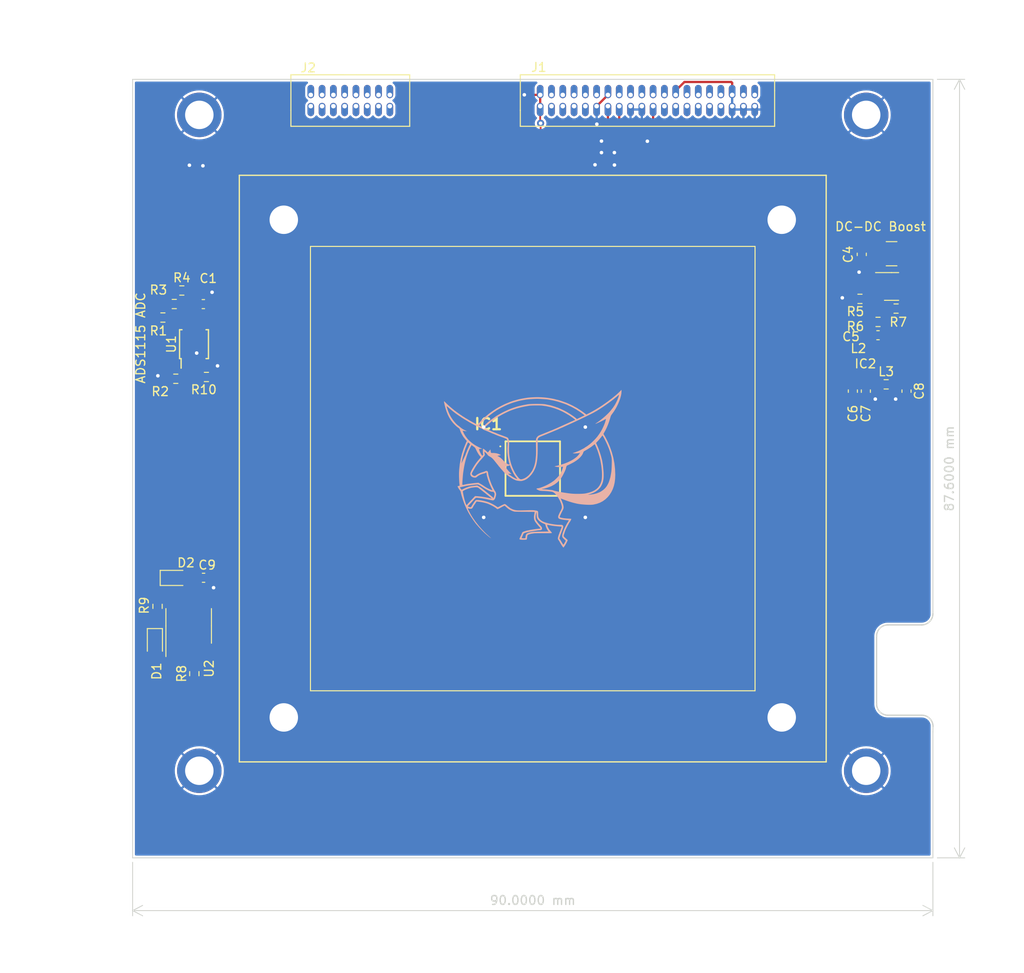
<source format=kicad_pcb>
(kicad_pcb (version 20211014) (generator pcbnew)
  (layers (0 "F.Cu" signal) (31 "B.Cu" signal) (34 "B.Paste" user) (35 "F.Paste" user) (36 "B.SilkS" user "B.Silkscreen") (37 "F.SilkS" user "F.Silkscreen") (38 "B.Mask" user) (39 "F.Mask" user) (44 "Edge.Cuts" user))
  (net 0 "")
  (net 1 "GND")
  (net 2 "VCC")
  (net 3 "Net-(R2-Pad1)")
  (net 7 "/VOUT")
  (net 8 "Net-(C5-Pad2)")
  (net 9 "VBIAS")
  (net 10 "Net-(C9-Pad1)")
  (net 11 "Net-(D1-Pad1)")
  (net 12 "Net-(D1-Pad2)")
  (net 13 "Net-(IC1-PadC1)")
  (net 14 "/VIN")
  (net 15 "Net-(IC2-Pad4)")
  (net 16 "Net-(R10-Pad2)")
  (net 35 "Net-(J1-Pad21)")
  (net 39 "Net-(J1-Pad15)")
  (net 40 "Net-(J1-Pad13)")
  (net 50 "unconnected-(R8-Pad2)")
  (footprint "Resistor_SMD:R_0603_1608Metric" (layer "F.Cu") (at 192.2272 89.332 180)
    (fp_text reference "R5" (at 0.508 -1.43) (layer "F.SilkS"))
    (fp_text value "10K")
    (pad "1" smd roundrect (at -0.825 0 180) (size 0.8 0.95) (layers "F.Cu" "F.Paste" "F.Mask") (net 8 "Net-(C5-Pad2)"))
    (pad "2" smd roundrect (at 0.825 0 180) (size 0.8 0.95) (layers "F.Cu" "F.Paste" "F.Mask") (net 1 "GND"))
  )
  (footprint "Package_SO:SOIC-8-1EP_3.9x4.9mm_P1.27mm_EP2.29x3mm" (layer "F.Cu") (at 116.732 126.13 90)
    (fp_text reference "U2" (at -4.8 2.3 90) (layer "F.SilkS"))
    (fp_text value "LM358")
    (pad "1" smd roundrect (at -2.475 -1.905 90) (size 1.95 0.6) (layers "F.Cu" "F.Paste" "F.Mask"))
    (pad "2" smd roundrect (at -2.475 -0.635 90) (size 1.95 0.6) (layers "F.Cu" "F.Paste" "F.Mask"))
    (pad "3" smd roundrect (at -2.475 0.635 90) (size 1.95 0.6) (layers "F.Cu" "F.Paste" "F.Mask"))
    (pad "4" smd roundrect (at -2.475 1.905 90) (size 1.95 0.6) (layers "F.Cu" "F.Paste" "F.Mask"))
    (pad "5" smd roundrect (at 2.475 1.905 90) (size 1.95 0.6) (layers "F.Cu" "F.Paste" "F.Mask") (net 10 "Net-(C9-Pad1)"))
    (pad "6" smd roundrect (at 2.475 0.635 90) (size 1.95 0.6) (layers "F.Cu" "F.Paste" "F.Mask") (net 16 "Net-(R10-Pad2)"))
    (pad "7" smd roundrect (at 2.475 -0.635 90) (size 1.95 0.6) (layers "F.Cu" "F.Paste" "F.Mask") (net 16 "Net-(R10-Pad2)"))
    (pad "8" smd roundrect (at 2.475 -1.905 90) (size 1.95 0.6) (layers "F.Cu" "F.Paste" "F.Mask"))
    (pad "9" smd rect (at 0 0 90) (size 2.29 3) (layers "F.Cu" "F.Mask"))
  )
  (footprint "Resistor_SMD:R_0603_1608Metric" (layer "F.Cu") (at 115.282 98.32 180)
    (fp_text reference "R2" (at 1.75 -1.44) (layer "F.SilkS"))
    (fp_text value "10K")
    (pad "1" smd roundrect (at -0.825 0 180) (size 0.8 0.95) (layers "F.Cu" "F.Paste" "F.Mask") (net 3 "Net-(R2-Pad1)"))
    (pad "2" smd roundrect (at 0.825 0 180) (size 0.8 0.95) (layers "F.Cu" "F.Paste" "F.Mask") (net 1 "GND"))
  )
  (footprint "Resistor_SMD:R_0603_1608Metric" (layer "F.Cu") (at 115.112 89.91)
    (fp_text reference "R3" (at -1.78 -1.58) (layer "F.SilkS"))
    (fp_text value "10K")
    (pad "1" smd roundrect (at -0.825 0) (size 0.8 0.95) (layers "F.Cu" "F.Paste" "F.Mask") (net 2 "VCC"))
    (pad "2" smd roundrect (at 0.825 0) (size 0.8 0.95) (layers "F.Cu" "F.Paste" "F.Mask") (net 40 "Net-(J1-Pad13)"))
  )
  (footprint "Capacitor_SMD:C_0603_1608Metric" (layer "F.Cu") (at 197.462676 99.711196 -90)
    (fp_text reference "C8" (at 0 -1.43 90) (layer "F.SilkS"))
    (fp_text value "1uF")
    (pad "1" smd roundrect (at -0.775 0 270) (size 0.9 0.95) (layers "F.Cu" "F.Paste" "F.Mask") (net 9 "VBIAS"))
    (pad "2" smd roundrect (at 0.775 0 270) (size 0.9 0.95) (layers "F.Cu" "F.Paste" "F.Mask") (net 1 "GND"))
  )
  (footprint "Capacitor_SMD:C_0603_1608Metric" (layer "F.Cu") (at 191.429676 99.711196 -90)
    (fp_text reference "C6" (at 2.527 0 90) (layer "F.SilkS"))
    (fp_text value "1uF")
    (pad "1" smd roundrect (at -0.775 0 270) (size 0.9 0.95) (layers "F.Cu" "F.Paste" "F.Mask") (net 7 "/VOUT"))
    (pad "2" smd roundrect (at 0.775 0 270) (size 0.9 0.95) (layers "F.Cu" "F.Paste" "F.Mask") (net 1 "GND"))
  )
  (footprint "Resistor_SMD:R_0603_1608Metric" (layer "F.Cu") (at 115.962 88.39)
    (fp_text reference "R4" (at 0 -1.43) (layer "F.SilkS"))
    (fp_text value "10K")
    (pad "1" smd roundrect (at -0.825 0) (size 0.8 0.95) (layers "F.Cu" "F.Paste" "F.Mask") (net 2 "VCC"))
    (pad "2" smd roundrect (at 0.825 0) (size 0.8 0.95) (layers "F.Cu" "F.Paste" "F.Mask") (net 39 "Net-(J1-Pad15)"))
  )
  (footprint "Resistor_SMD:R_0603_1608Metric" (layer "F.Cu") (at 196.2912 90.424)
    (fp_text reference "R7" (at 0.237258 1.524) (layer "F.SilkS"))
    (fp_text value "10K")
    (pad "1" smd roundrect (at -0.825 0) (size 0.8 0.95) (layers "F.Cu" "F.Paste" "F.Mask") (net 14 "/VIN"))
    (pad "2" smd roundrect (at 0.825 0) (size 0.8 0.95) (layers "F.Cu" "F.Paste" "F.Mask") (net 15 "Net-(IC2-Pad4)"))
  )
  (footprint "Cosmic_Watch_Special:16_Pin_For_Proves" (layer "F.Cu") (at 134.9092 67.0142)
    (fp_text reference "J2" (at -4.7244 -3.683 unlocked) (layer "F.SilkS"))
    (fp_text value "Conn_02x08_Odd_Even")
    (pad "01" thru_hole oval locked (at -4.445 0.635 90) (size 1.5 0.75) (drill 0.5 (offset -0.375 0)) (layers *.Cu *.Mask))
    (pad "02" thru_hole oval locked (at -4.445 -0.635 270) (size 1.5 0.75) (drill 0.5 (offset -0.375 0)) (layers *.Cu *.Mask))
    (pad "03" thru_hole oval locked (at -3.175 0.635 90) (size 1.5 0.75) (drill 0.5 (offset -0.375 0)) (layers *.Cu *.Mask))
    (pad "04" thru_hole oval locked (at -3.175 -0.635 270) (size 1.5 0.75) (drill 0.5 (offset -0.375 0)) (layers *.Cu *.Mask))
    (pad "05" thru_hole oval locked (at -1.905 0.635 90) (size 1.5 0.75) (drill 0.5 (offset -0.375 0)) (layers *.Cu *.Mask))
    (pad "06" thru_hole oval locked (at -1.905 -0.635 270) (size 1.5 0.75) (drill 0.5 (offset -0.375 0)) (layers *.Cu *.Mask))
    (pad "07" thru_hole oval locked (at -0.635 0.635 90) (size 1.5 0.75) (drill 0.5 (offset -0.375 0)) (layers *.Cu *.Mask))
    (pad "08" thru_hole oval locked (at -0.635 -0.635 270) (size 1.5 0.75) (drill 0.5 (offset -0.375 0)) (layers *.Cu *.Mask))
    (pad "09" thru_hole oval locked (at 0.635 0.635 90) (size 1.5 0.75) (drill 0.5 (offset -0.375 0)) (layers *.Cu *.Mask))
    (pad "10" thru_hole oval locked (at 0.635 -0.635 270) (size 1.5 0.75) (drill 0.5 (offset -0.375 0)) (layers *.Cu *.Mask))
    (pad "11" thru_hole oval locked (at 1.905 0.635 90) (size 1.5 0.75) (drill 0.5 (offset -0.375 0)) (layers *.Cu *.Mask))
    (pad "12" thru_hole oval locked (at 1.905 -0.635 270) (size 1.5 0.75) (drill 0.5 (offset -0.375 0)) (layers *.Cu *.Mask))
    (pad "13" thru_hole oval locked (at 3.175 0.635 90) (size 1.5 0.75) (drill 0.5 (offset -0.375 0)) (layers *.Cu *.Mask))
    (pad "14" thru_hole oval locked (at 3.175 -0.635 270) (size 1.5 0.75) (drill 0.5 (offset -0.375 0)) (layers *.Cu *.Mask))
    (pad "15" thru_hole oval locked (at 4.445 0.635 90) (size 1.5 0.75) (drill 0.5 (offset -0.375 0)) (layers *.Cu *.Mask))
    (pad "16" thru_hole oval locked (at 4.445 -0.635 270) (size 1.5 0.75) (drill 0.5 (offset -0.375 0)) (layers *.Cu *.Mask))
  )
  (footprint "" (layer "F.Cu") (at 117.9292 142.4292)
    (fp_text reference "" (at 0 0) (layer "F.SilkS") (effects (font (size 1.27 1.27))))
    (fp_text value "" (at 0 0) (layer "F.SilkS") (effects (font (size 1.27 1.27))))
    (pad "1" thru_hole circle locked (at 0 0) (size 5 5) (drill 3.2) (layers *.Cu *.Mask) (net 1 "GND"))
  )
  (footprint "Resistor_SMD:R_0603_1608Metric" (layer "F.Cu") (at 118.728 98.12 180)
    (fp_text reference "R10" (at 0.296 -1.43) (layer "F.SilkS"))
    (fp_text value "100k")
    (pad "1" smd roundrect (at -0.825 0 180) (size 0.8 0.95) (layers "F.Cu" "F.Paste" "F.Mask") (net 1 "GND"))
    (pad "2" smd roundrect (at 0.825 0 180) (size 0.8 0.95) (layers "F.Cu" "F.Paste" "F.Mask") (net 16 "Net-(R10-Pad2)"))
  )
  (footprint "Resistor_SMD:R_0603_1608Metric" (layer "F.Cu") (at 113.832 91.43 180)
    (fp_text reference "R1" (at 0.5 -1.5) (layer "F.SilkS"))
    (fp_text value "10K")
    (pad "1" smd roundrect (at -0.825 0 180) (size 0.8 0.95) (layers "F.Cu" "F.Paste" "F.Mask") (net 2 "VCC"))
    (pad "2" smd roundrect (at 0.825 0 180) (size 0.8 0.95) (layers "F.Cu" "F.Paste" "F.Mask") (net 35 "Net-(J1-Pad21)"))
  )
  (footprint "" (layer "F.Cu") (at 127.4292 80.4292)
    (fp_text reference "" (at 0 0) (layer "F.SilkS") (effects (font (size 1.27 1.27))))
    (fp_text value "" (at 0 0) (layer "F.SilkS") (effects (font (size 1.27 1.27))))
    (pad "1" thru_hole circle locked (at 0 0) (size 5 5) (drill 3.2) (layers *.Cu *.Mask) (net 1 "GND"))
  )
  (footprint "" (layer "F.Cu") (at 183.4292 80.4292)
    (fp_text reference "" (at 0 0) (layer "F.SilkS") (effects (font (size 1.27 1.27))))
    (fp_text value "" (at 0 0) (layer "F.SilkS") (effects (font (size 1.27 1.27))))
    (pad "1" thru_hole circle locked (at 0 0) (size 5 5) (drill 3.2) (layers *.Cu *.Mask) (net 1 "GND"))
  )
  (footprint "Cosmic_Watch_Special:40_Pin_For_Proves" (layer "F.Cu") (at 168.3292 67.0142)
    (fp_text reference "J1" (at -12.2174 -3.7338 unlocked) (layer "F.SilkS"))
    (fp_text value "Conn_02x20_Odd_Even")
    (pad "01" thru_hole oval locked (at -12.065 0.635 90) (size 1.5 0.75) (drill 0.5 (offset -0.375 0)) (layers *.Cu *.Mask) (net 2 "VCC"))
    (pad "02" thru_hole oval locked (at -12.065 -0.635 270) (size 1.5 0.75) (drill 0.5 (offset -0.375 0)) (layers *.Cu *.Mask) (net 2 "VCC"))
    (pad "03" thru_hole oval locked (at -10.795 0.635 90) (size 1.5 0.75) (drill 0.5 (offset -0.375 0)) (layers *.Cu *.Mask))
    (pad "04" thru_hole oval locked (at -10.795 -0.635 270) (size 1.5 0.75) (drill 0.5 (offset -0.375 0)) (layers *.Cu *.Mask))
    (pad "05" thru_hole oval locked (at -9.525 0.635 90) (size 1.5 0.75) (drill 0.5 (offset -0.375 0)) (layers *.Cu *.Mask))
    (pad "06" thru_hole oval locked (at -9.525 -0.635 270) (size 1.5 0.75) (drill 0.5 (offset -0.375 0)) (layers *.Cu *.Mask))
    (pad "07" thru_hole oval locked (at -8.255 0.635 90) (size 1.5 0.75) (drill 0.5 (offset -0.375 0)) (layers *.Cu *.Mask))
    (pad "08" thru_hole oval locked (at -8.255 -0.635 270) (size 1.5 0.75) (drill 0.5 (offset -0.375 0)) (layers *.Cu *.Mask))
    (pad "09" thru_hole oval locked (at -6.985 0.635 90) (size 1.5 0.75) (drill 0.5 (offset -0.375 0)) (layers *.Cu *.Mask))
    (pad "10" thru_hole oval locked (at -6.985 -0.635 270) (size 1.5 0.75) (drill 0.5 (offset -0.375 0)) (layers *.Cu *.Mask))
    (pad "11" thru_hole oval locked (at -5.715 0.635 90) (size 1.5 0.75) (drill 0.5 (offset -0.375 0)) (layers *.Cu *.Mask) (net 1 "GND"))
    (pad "12" thru_hole oval locked (at -5.715 -0.635 270) (size 1.5 0.75) (drill 0.5 (offset -0.375 0)) (layers *.Cu *.Mask))
    (pad "13" thru_hole oval locked (at -4.445 0.635 90) (size 1.5 0.75) (drill 0.5 (offset -0.375 0)) (layers *.Cu *.Mask) (net 40 "Net-(J1-Pad13)"))
    (pad "14" thru_hole oval locked (at -4.445 -0.635 270) (size 1.5 0.75) (drill 0.5 (offset -0.375 0)) (layers *.Cu *.Mask) (net 1 "GND"))
    (pad "15" thru_hole oval locked (at -3.175 0.635 90) (size 1.5 0.75) (drill 0.5 (offset -0.375 0)) (layers *.Cu *.Mask) (net 39 "Net-(J1-Pad15)"))
    (pad "16" thru_hole oval locked (at -3.175 -0.635 270) (size 1.5 0.75) (drill 0.5 (offset -0.375 0)) (layers *.Cu *.Mask))
    (pad "17" thru_hole oval locked (at -1.905 0.635 90) (size 1.5 0.75) (drill 0.5 (offset -0.375 0)) (layers *.Cu *.Mask) (net 1 "GND"))
    (pad "18" thru_hole oval locked (at -1.905 -0.635 270) (size 1.5 0.75) (drill 0.5 (offset -0.375 0)) (layers *.Cu *.Mask))
    (pad "19" thru_hole oval locked (at -0.635 0.635 90) (size 1.5 0.75) (drill 0.5 (offset -0.375 0)) (layers *.Cu *.Mask) (net 1 "GND"))
    (pad "20" thru_hole oval locked (at -0.635 -0.635 270) (size 1.5 0.75) (drill 0.5 (offset -0.375 0)) (layers *.Cu *.Mask))
    (pad "21" thru_hole oval locked (at 0.635 0.635 90) (size 1.5 0.75) (drill 0.5 (offset -0.375 0)) (layers *.Cu *.Mask) (net 35 "Net-(J1-Pad21)"))
    (pad "22" thru_hole oval locked (at 0.635 -0.635 270) (size 1.5 0.75) (drill 0.5 (offset -0.375 0)) (layers *.Cu *.Mask))
    (pad "23" thru_hole oval locked (at 1.905 0.635 90) (size 1.5 0.75) (drill 0.5 (offset -0.375 0)) (layers *.Cu *.Mask))
    (pad "24" thru_hole oval locked (at 1.905 -0.635 270) (size 1.5 0.75) (drill 0.5 (offset -0.375 0)) (layers *.Cu *.Mask))
    (pad "25" thru_hole oval locked (at 3.175 0.635 90) (size 1.5 0.75) (drill 0.5 (offset -0.375 0)) (layers *.Cu *.Mask))
    (pad "26" thru_hole oval locked (at 3.175 -0.635 270) (size 1.5 0.75) (drill 0.5 (offset -0.375 0)) (layers *.Cu *.Mask) (net 1 "GND"))
    (pad "27" thru_hole oval locked (at 4.445 0.635 90) (size 1.5 0.75) (drill 0.5 (offset -0.375 0)) (layers *.Cu *.Mask))
    (pad "28" thru_hole oval locked (at 4.445 -0.635 270) (size 1.5 0.75) (drill 0.5 (offset -0.375 0)) (layers *.Cu *.Mask))
    (pad "29" thru_hole oval locked (at 5.715 0.635 90) (size 1.5 0.75) (drill 0.5 (offset -0.375 0)) (layers *.Cu *.Mask))
    (pad "30" thru_hole oval locked (at 5.715 -0.635 270) (size 1.5 0.75) (drill 0.5 (offset -0.375 0)) (layers *.Cu *.Mask))
    (pad "31" thru_hole oval locked (at 6.985 0.635 90) (size 1.5 0.75) (drill 0.5 (offset -0.375 0)) (layers *.Cu *.Mask))
    (pad "32" thru_hole oval locked (at 6.985 -0.635 270) (size 1.5 0.75) (drill 0.5 (offset -0.375 0)) (layers *.Cu *.Mask))
    (pad "33" thru_hole oval locked (at 8.255 0.635 90) (size 1.5 0.75) (drill 0.5 (offset -0.375 0)) (layers *.Cu *.Mask))
    (pad "34" thru_hole oval locked (at 8.255 -0.635 270) (size 1.5 0.75) (drill 0.5 (offset -0.375 0)) (layers *.Cu *.Mask))
    (pad "35" thru_hole oval locked (at 9.525 0.635 90) (size 1.5 0.75) (drill 0.5 (offset -0.375 0)) (layers *.Cu *.Mask) (net 1 "GND"))
    (pad "36" thru_hole oval locked (at 9.525 -0.635 270) (size 1.5 0.75) (drill 0.5 (offset -0.375 0)) (layers *.Cu *.Mask) (net 1 "GND"))
    (pad "37" thru_hole oval locked (at 10.795 0.635 90) (size 1.5 0.75) (drill 0.5 (offset -0.375 0)) (layers *.Cu *.Mask) (net 1 "GND"))
    (pad "38" thru_hole oval locked (at 10.795 -0.635 270) (size 1.5 0.75) (drill 0.5 (offset -0.375 0)) (layers *.Cu *.Mask))
    (pad "39" thru_hole oval locked (at 12.065 0.635 90) (size 1.5 0.75) (drill 0.5 (offset -0.375 0)) (layers *.Cu *.Mask) (net 1 "GND"))
    (pad "40" thru_hole oval locked (at 12.065 -0.635 270) (size 1.5 0.75) (drill 0.5 (offset -0.375 0)) (layers *.Cu *.Mask))
  )
  (footprint "Resistor_SMD:R_0603_1608Metric" (layer "F.Cu") (at 117.367 131.505 90)
    (fp_text reference "R8" (at 0 -1.43 90) (layer "F.SilkS"))
    (fp_text value "10K")
    (pad "1" smd roundrect (at -0.825 0 90) (size 0.8 0.95) (layers "F.Cu" "F.Paste" "F.Mask") (net 13 "Net-(IC1-PadC1)"))
    (pad "2" smd roundrect (at 0.825 0 90) (size 0.8 0.95) (layers "F.Cu" "F.Paste" "F.Mask") (net 50 "unconnected-(R8-Pad2)"))
  )
  (footprint "Capacitor_SMD:C_0603_1608Metric" (layer "F.Cu") (at 192.890676 99.711196 -90)
    (fp_text reference "C7" (at 2.54 0 90) (layer "F.SilkS"))
    (fp_text value "0.47pF")
    (pad "1" smd roundrect (at -0.775 0 270) (size 0.9 0.95) (layers "F.Cu" "F.Paste" "F.Mask") (net 7 "/VOUT"))
    (pad "2" smd roundrect (at 0.775 0 270) (size 0.9 0.95) (layers "F.Cu" "F.Paste" "F.Mask") (net 1 "GND"))
  )
  (footprint "Diode_SMD:D_SOD-323" (layer "F.Cu") (at 112.932 127.93 -90)
    (fp_text reference "D1" (at 3.3 -0.2 90) (layer "F.SilkS"))
    (fp_text value "DIODE")
    (pad "1" smd rect (at -1.05 0 270) (size 0.6 0.45) (layers "F.Cu" "F.Paste" "F.Mask") (net 11 "Net-(D1-Pad1)"))
    (pad "2" smd rect (at 1.05 0 270) (size 0.6 0.45) (layers "F.Cu" "F.Paste" "F.Mask") (net 12 "Net-(D1-Pad2)"))
  )
  (footprint "Capacitor_SMD:C_0603_1608Metric" (layer "F.Cu") (at 192.4312 84.324 -90)
    (fp_text reference "C4" (at 0 1.524 90) (layer "F.SilkS"))
    (fp_text value "1uF")
    (pad "1" smd roundrect (at -0.775 0 270) (size 0.9 0.95) (layers "F.Cu" "F.Paste" "F.Mask") (net 2 "VCC"))
    (pad "2" smd roundrect (at 0.775 0 270) (size 0.9 0.95) (layers "F.Cu" "F.Paste" "F.Mask") (net 1 "GND"))
  )
  (footprint "Capacitor_SMD:C_0603_1608Metric" (layer "F.Cu") (at 118.382 89.92)
    (fp_text reference "C1" (at 0.55 -2.89) (layer "F.SilkS"))
    (fp_text value "0.1")
    (pad "1" smd roundrect (at -0.775 0) (size 0.9 0.95) (layers "F.Cu" "F.Paste" "F.Mask") (net 2 "VCC"))
    (pad "2" smd roundrect (at 0.775 0) (size 0.9 0.95) (layers "F.Cu" "F.Paste" "F.Mask") (net 1 "GND"))
  )
  (footprint "Resistor_SMD:R_0603_1608Metric" (layer "F.Cu") (at 194.2592 91.924)
    (fp_text reference "R6" (at -2.54 0.508) (layer "F.SilkS"))
    (fp_text value "280K")
    (pad "1" smd roundrect (at -0.825 0) (size 0.8 0.95) (layers "F.Cu" "F.Paste" "F.Mask") (net 8 "Net-(C5-Pad2)"))
    (pad "2" smd roundrect (at 0.825 0) (size 0.8 0.95) (layers "F.Cu" "F.Paste" "F.Mask") (net 7 "/VOUT"))
  )
  (footprint "SiPM:MICROFJ60035TSVTR1" (layer "F.Cu") (at 155.4292 108.4292)
    (fp_text reference "IC1" (at -5 -5) (layer "F.SilkS") (effects (font (size 1.27 1.27) (thickness 0.254))))
    (fp_text value "MICROFJ-60035-TSV-TR1" hide)
    (pad "A1" smd circle (at -2.5 -2.5 90) (size 0.26 0.26) (layers "F.Cu" "F.Paste" "F.Mask") (net 9 "VBIAS"))
    (pad "A2" smd circle (at -1.5 -2.5 90) (size 0.26 0.26) (layers "F.Cu" "F.Paste" "F.Mask") (net 1 "GND"))
    (pad "A3" smd circle (at -0.5 -2.5 90) (size 0.26 0.26) (layers "F.Cu" "F.Paste" "F.Mask") (net 1 "GND"))
    (pad "A4" smd circle (at 0.5 -2.5 90) (size 0.26 0.26) (layers "F.Cu" "F.Paste" "F.Mask") (net 1 "GND"))
    (pad "A5" smd circle (at 1.5 -2.5 90) (size 0.26 0.26) (layers "F.Cu" "F.Paste" "F.Mask") (net 1 "GND"))
    (pad "A6" smd circle (at 2.5 -2.5 90) (size 0.26 0.26) (layers "F.Cu" "F.Paste" "F.Mask") (net 1 "GND"))
    (pad "B1" smd circle (at -2.5 -1.5 90) (size 0.26 0.26) (layers "F.Cu" "F.Paste" "F.Mask") (net 1 "GND"))
    (pad "B2" smd circle (at -1.5 -1.5 90) (size 0.26 0.26) (layers "F.Cu" "F.Paste" "F.Mask") (net 1 "GND"))
    (pad "B3" smd circle (at -0.5 -1.5 90) (size 0.26 0.26) (layers "F.Cu" "F.Paste" "F.Mask") (net 1 "GND"))
    (pad "B4" smd circle (at 0.5 -1.5 90) (size 0.26 0.26) (layers "F.Cu" "F.Paste" "F.Mask") (net 1 "GND"))
    (pad "B5" smd circle (at 1.5 -1.5 90) (size 0.26 0.26) (layers "F.Cu" "F.Paste" "F.Mask") (net 1 "GND"))
    (pad "B6" smd circle (at 2.5 -1.5 90) (size 0.26 0.26) (layers "F.Cu" "F.Paste" "F.Mask") (net 1 "GND"))
    (pad "C1" smd circle (at -2.5 -0.5 90) (size 0.26 0.26) (layers "F.Cu" "F.Paste" "F.Mask") (net 13 "Net-(IC1-PadC1)"))
    (pad "C2" smd circle (at -1.5 -0.5 90) (size 0.26 0.26) (layers "F.Cu" "F.Paste" "F.Mask") (net 1 "GND"))
    (pad "C3" smd circle (at -0.5 -0.5 90) (size 0.26 0.26) (layers "F.Cu" "F.Paste" "F.Mask") (net 1 "GND"))
    (pad "C4" smd circle (at 0.5 -0.5 90) (size 0.26 0.26) (layers "F.Cu" "F.Paste" "F.Mask") (net 1 "GND"))
    (pad "C5" smd circle (at 1.5 -0.5 90) (size 0.26 0.26) (layers "F.Cu" "F.Paste" "F.Mask") (net 1 "GND"))
    (pad "C6" smd circle (at 2.5 -0.5 90) (size 0.26 0.26) (layers "F.Cu" "F.Paste" "F.Mask"))
    (pad "D1" smd circle (at -2.5 0.5 90) (size 0.26 0.26) (layers "F.Cu" "F.Paste" "F.Mask") (net 13 "Net-(IC1-PadC1)"))
    (pad "D2" smd circle (at -1.5 0.5 90) (size 0.26 0.26) (layers "F.Cu" "F.Paste" "F.Mask") (net 1 "GND"))
    (pad "D3" smd circle (at -0.5 0.5 90) (size 0.26 0.26) (layers "F.Cu" "F.Paste" "F.Mask") (net 1 "GND"))
    (pad "D4" smd circle (at 0.5 0.5 90) (size 0.26 0.26) (layers "F.Cu" "F.Paste" "F.Mask") (net 1 "GND"))
    (pad "D5" smd circle (at 1.5 0.5 90) (size 0.26 0.26) (layers "F.Cu" "F.Paste" "F.Mask") (net 1 "GND"))
    (pad "D6" smd circle (at 2.5 0.5 90) (size 0.26 0.26) (layers "F.Cu" "F.Paste" "F.Mask"))
    (pad "E1" smd circle (at -2.5 1.5 90) (size 0.26 0.26) (layers "F.Cu" "F.Paste" "F.Mask") (net 1 "GND"))
    (pad "E2" smd circle (at -1.5 1.5 90) (size 0.26 0.26) (layers "F.Cu" "F.Paste" "F.Mask") (net 1 "GND"))
    (pad "E3" smd circle (at -0.5 1.5 90) (size 0.26 0.26) (layers "F.Cu" "F.Paste" "F.Mask") (net 1 "GND"))
    (pad "E4" smd circle (at 0.5 1.5 90) (size 0.26 0.26) (layers "F.Cu" "F.Paste" "F.Mask") (net 1 "GND"))
    (pad "E5" smd circle (at 1.5 1.5 90) (size 0.26 0.26) (layers "F.Cu" "F.Paste" "F.Mask") (net 1 "GND"))
    (pad "E6" smd circle (at 2.5 1.5 90) (size 0.26 0.26) (layers "F.Cu" "F.Paste" "F.Mask") (net 1 "GND"))
    (pad "F1" smd circle (at -2.5 2.5 90) (size 0.26 0.26) (layers "F.Cu" "F.Paste" "F.Mask") (net 1 "GND"))
    (pad "F2" smd circle (at -1.5 2.5 90) (size 0.26 0.26) (layers "F.Cu" "F.Paste" "F.Mask") (net 1 "GND"))
    (pad "F3" smd circle (at -0.5 2.5 90) (size 0.26 0.26) (layers "F.Cu" "F.Paste" "F.Mask") (net 1 "GND"))
    (pad "F4" smd circle (at 0.5 2.5 90) (size 0.26 0.26) (layers "F.Cu" "F.Paste" "F.Mask") (net 1 "GND"))
    (pad "F5" smd circle (at 1.5 2.5 90) (size 0.26 0.26) (layers "F.Cu" "F.Paste" "F.Mask") (net 1 "GND"))
    (pad "F6" smd circle (at 2.5 2.5 90) (size 0.26 0.26) (layers "F.Cu" "F.Paste" "F.Mask") (net 9 "VBIAS"))
  )
  (footprint "Resistor_SMD:R_0603_1608Metric" (layer "F.Cu") (at 113.232 123.93 90)
    (fp_text reference "R9" (at 0.1 -1.5 90) (layer "F.SilkS"))
    (fp_text value "10K")
    (pad "1" smd roundrect (at -0.825 0 90) (size 0.8 0.95) (layers "F.Cu" "F.Paste" "F.Mask") (net 11 "Net-(D1-Pad1)"))
    (pad "2" smd roundrect (at 0.825 0 90) (size 0.8 0.95) (layers "F.Cu" "F.Paste" "F.Mask") (net 16 "Net-(R10-Pad2)"))
  )
  (footprint "" (layer "F.Cu") (at 183.4292 136.4292)
    (fp_text reference "" (at 0 0) (layer "F.SilkS") (effects (font (size 1.27 1.27))))
    (fp_text value "" (at 0 0) (layer "F.SilkS") (effects (font (size 1.27 1.27))))
    (pad "1" thru_hole circle locked (at 0 0) (size 5 5) (drill 3.2) (layers *.Cu *.Mask) (net 1 "GND"))
  )
  (footprint "Diode_SMD:D_SOD-323" (layer "F.Cu") (at 115.032 120.73)
    (fp_text reference "D2" (at 1.4 -1.7) (layer "F.SilkS"))
    (fp_text value "DIODE")
    (pad "1" smd rect (at -1.05 0) (size 0.6 0.45) (layers "F.Cu" "F.Paste" "F.Mask") (net 12 "Net-(D1-Pad2)"))
    (pad "2" smd rect (at 1.05 0) (size 0.6 0.45) (layers "F.Cu" "F.Paste" "F.Mask") (net 10 "Net-(C9-Pad1)"))
  )
  (footprint "Package_TO_SOT_SMD:TSOT-23-6" (layer "F.Cu") (at 195.7832 87.934)
    (fp_text reference "IC2" (at -2.941224 8.700596) (layer "F.SilkS"))
    (fp_text value "LT3461AES6#TRMPBF")
    (pad "1" smd roundrect (at -1.1375 -0.95) (size 1.325 0.6) (layers "F.Cu" "F.Paste" "F.Mask") (net 2 "VCC"))
    (pad "2" smd roundrect (at -1.1375 0) (size 1.325 0.6) (layers "F.Cu" "F.Paste" "F.Mask") (net 1 "GND"))
    (pad "3" smd roundrect (at -1.1375 0.95) (size 1.325 0.6) (layers "F.Cu" "F.Paste" "F.Mask") (net 8 "Net-(C5-Pad2)"))
    (pad "4" smd roundrect (at 1.1375 0.95) (size 1.325 0.6) (layers "F.Cu" "F.Paste" "F.Mask") (net 15 "Net-(IC2-Pad4)"))
    (pad "5" smd roundrect (at 1.1375 0) (size 1.325 0.6) (layers "F.Cu" "F.Paste" "F.Mask") (net 7 "/VOUT"))
    (pad "6" smd roundrect (at 1.1375 -0.95) (size 1.325 0.6) (layers "F.Cu" "F.Paste" "F.Mask") (net 14 "/VIN"))
  )
  (footprint "Capacitor_SMD:C_0603_1608Metric" (layer "F.Cu") (at 118.407 120.715)
    (fp_text reference "C9" (at 0.4 -1.43) (layer "F.SilkS"))
    (fp_text value "20nF")
    (pad "1" smd roundrect (at -0.775 0) (size 0.9 0.95) (layers "F.Cu" "F.Paste" "F.Mask") (net 10 "Net-(C9-Pad1)"))
    (pad "2" smd roundrect (at 0.775 0) (size 0.9 0.95) (layers "F.Cu" "F.Paste" "F.Mask") (net 1 "GND"))
  )
  (footprint "" (layer "F.Cu") (at 192.9292 68.6292)
    (fp_text reference "" (at 0 0) (layer "F.SilkS") (effects (font (size 1.27 1.27))))
    (fp_text value "" (at 0 0) (layer "F.SilkS") (effects (font (size 1.27 1.27))))
    (pad "1" thru_hole circle locked (at 0 0) (size 5 5) (drill 3.2) (layers *.Cu *.Mask) (net 1 "GND"))
  )
  (footprint "" (layer "F.Cu") (at 192.9292 142.4292)
    (fp_text reference "" (at 0 0) (layer "F.SilkS") (effects (font (size 1.27 1.27))))
    (fp_text value "" (at 0 0) (layer "F.SilkS") (effects (font (size 1.27 1.27))))
    (pad "1" thru_hole circle locked (at 0 0) (size 5 5) (drill 3.2) (layers *.Cu *.Mask) (net 1 "GND"))
  )
  (footprint "Capacitor_SMD:C_0603_1608Metric" (layer "F.Cu") (at 194.2592 93.424 180)
    (fp_text reference "C5" (at 3.0385 -0.16) (layer "F.SilkS"))
    (fp_text value "50pF")
    (pad "1" smd roundrect (at -0.775 0 180) (size 0.9 0.95) (layers "F.Cu" "F.Paste" "F.Mask") (net 7 "/VOUT"))
    (pad "2" smd roundrect (at 0.775 0 180) (size 0.9 0.95) (layers "F.Cu" "F.Paste" "F.Mask") (net 8 "Net-(C5-Pad2)"))
  )
  (footprint "Package_SO:TSSOP-10_3x3mm_P0.5mm" (layer "F.Cu") (at 117.332 94.43 90)
    (fp_text reference "U1" (at 0 -2.55 90) (layer "F.SilkS"))
    (fp_text value "ADS1115IDGS")
    (pad "1" smd rect (at -2.15 -1 90) (size 1.1 0.25) (layers "F.Cu" "F.Paste" "F.Mask") (net 3 "Net-(R2-Pad1)"))
    (pad "2" smd rect (at -2.15 -0.5 90) (size 1.1 0.25) (layers "F.Cu" "F.Paste" "F.Mask") (net 35 "Net-(J1-Pad21)"))
    (pad "3" smd rect (at -2.15 0 90) (size 1.1 0.25) (layers "F.Cu" "F.Paste" "F.Mask") (net 1 "GND"))
    (pad "4" smd rect (at -2.15 0.5 90) (size 1.1 0.25) (layers "F.Cu" "F.Paste" "F.Mask") (net 16 "Net-(R10-Pad2)"))
    (pad "5" smd rect (at -2.15 1 90) (size 1.1 0.25) (layers "F.Cu" "F.Paste" "F.Mask"))
    (pad "6" smd rect (at 2.15 1 90) (size 1.1 0.25) (layers "F.Cu" "F.Paste" "F.Mask"))
    (pad "7" smd rect (at 2.15 0.5 90) (size 1.1 0.25) (layers "F.Cu" "F.Paste" "F.Mask"))
    (pad "8" smd rect (at 2.15 0 90) (size 1.1 0.25) (layers "F.Cu" "F.Paste" "F.Mask") (net 2 "VCC"))
    (pad "9" smd rect (at 2.15 -0.5 90) (size 1.1 0.25) (layers "F.Cu" "F.Paste" "F.Mask") (net 39 "Net-(J1-Pad15)"))
    (pad "10" smd rect (at 2.15 -1 90) (size 1.1 0.25) (layers "F.Cu" "F.Paste" "F.Mask") (net 40 "Net-(J1-Pad13)"))
  )
  (footprint "" (layer "F.Cu") (at 127.4292 136.4292)
    (fp_text reference "" (at 0 0) (layer "F.SilkS") (effects (font (size 1.27 1.27))))
    (fp_text value "" (at 0 0) (layer "F.SilkS") (effects (font (size 1.27 1.27))))
    (pad "1" thru_hole circle locked (at 0 0) (size 5 5) (drill 3.2) (layers *.Cu *.Mask) (net 1 "GND"))
  )
  (footprint "Inductor_SMD:L_1210_3225Metric" (layer "F.Cu") (at 195.7832 84.252)
    (fp_text reference "L2" (at -3.730724 10.658596) (layer "F.SilkS"))
    (fp_text value "18uH")
    (pad "1" smd roundrect (at -1.4 0) (size 1.25 2.65) (layers "F.Cu" "F.Paste" "F.Mask") (roundrect_rratio 0.2) (net 2 "VCC"))
    (pad "2" smd roundrect (at 1.4 0) (size 1.25 2.65) (layers "F.Cu" "F.Paste" "F.Mask") (roundrect_rratio 0.2) (net 14 "/VIN"))
  )
  (footprint "Resistor_SMD:R_0603_1608Metric" (layer "F.Cu") (at 195.176676 98.949196)
    (fp_text reference "L3" (at 0 -1.43) (layer "F.SilkS"))
    (fp_text value "2.5k Ferrite")
    (pad "1" smd roundrect (at -0.825 0) (size 0.8 0.95) (layers "F.Cu" "F.Paste" "F.Mask") (net 7 "/VOUT"))
    (pad "2" smd roundrect (at 0.825 0) (size 0.8 0.95) (layers "F.Cu" "F.Paste" "F.Mask") (net 9 "VBIAS"))
  )
  (footprint "" (layer "F.Cu") (at 117.9292 68.6292)
    (fp_text reference "" (at 0 0) (layer "F.SilkS") (effects (font (size 1.27 1.27))))
    (fp_text value "" (at 0 0) (layer "F.SilkS") (effects (font (size 1.27 1.27))))
    (pad "1" thru_hole circle locked (at 0 0) (size 5 5) (drill 3.2) (layers *.Cu *.Mask) (net 1 "GND"))
  )
  (footprint "LOGO" (layer "B.Cu") (at 155.4292 108.4292 180)
    (fp_text reference "G***" hide)
    (fp_text value "LOGO" hide)
  )
  (gr_line (start 188.4292 141.4292) (end 188.4292 75.4292) (layer "F.SilkS") (width 0.15))
  (gr_line (start 122.4292 141.4292) (end 188.4292 141.4292) (layer "F.SilkS") (width 0.15))
  (gr_line (start 122.4292 75.4292) (end 188.4292 75.4292) (layer "F.SilkS") (width 0.15))
  (gr_line (start 122.4292 75.4292) (end 122.4292 141.4292) (layer "F.SilkS") (width 0.15))
  (gr_line (start 199.177774 136.178426) (end 195.367774 136.178426) (layer "Edge.Cuts") (width 0.15))
  (gr_line (start 200.4314 124.748426) (end 200.4292 124.4854) (layer "Edge.Cuts") (width 0.1))
  (gr_line (start 200.447774 137.448426) (end 200.4292 138.049) (layer "Edge.Cuts") (width 0.1))
  (gr_line (start 110.4292 152.2292) (end 110.4292 64.6292) (layer "Edge.Cuts") (width 0.1))
  (gr_arc (start 199.177774 136.178426) (mid 200.0758 136.5504) (end 200.447774 137.448426) (layer "Edge.Cuts") (width 0.15))
  (gr_line (start 194.097774 134.908426) (end 194.097774 127.288426) (layer "Edge.Cuts") (width 0.15))
  (gr_arc (start 200.4314 124.748426) (mid 200.059426 125.646452) (end 199.1614 126.018426) (layer "Edge.Cuts") (width 0.15))
  (gr_arc (start 194.097774 127.288426) (mid 194.469748 126.3904) (end 195.367774 126.018426) (layer "Edge.Cuts") (width 0.15))
  (gr_line (start 200.4292 64.6292) (end 200.4292 124.4854) (layer "Edge.Cuts") (width 0.1))
  (gr_line (start 200.4292 138.049) (end 200.4292 152.2292) (layer "Edge.Cuts") (width 0.1))
  (gr_line (start 195.367774 126.018426) (end 199.177774 126.018426) (layer "Edge.Cuts") (width 0.15))
  (gr_arc (start 195.367774 136.178426) (mid 194.469748 135.806452) (end 194.097774 134.908426) (layer "Edge.Cuts") (width 0.15))
  (gr_line (start 110.4292 152.2292) (end 200.4292 152.2292) (layer "Edge.Cuts") (width 0.1))
  (gr_line (start 110.4292 64.6292) (end 200.4292 64.6292) (layer "Edge.Cuts") (width 0.1))
  (gr_text "DC-DC Boost" (at 194.5386 81.2038) (layer "F.SilkS") (effects (font (size 1 1))))
  (gr_text "ADS1115 ADC\n" (at 111.332 93.73 90) (layer "F.SilkS") (effects (font (size 1 1))))
  (dimension (type aligned) (layer "Edge.Cuts") (pts (xy 200.429214 152.229212) (xy 110.429214 152.229212)) (height -5.936588) (gr_text "90.0000 mm" (at 155.429214 157.0158) (layer "Edge.Cuts") (effects (font (size 1 1) (thickness 0.15)))) (format (units 3) (units_format 1) (precision 4)) (style (thickness 0.1) (arrow_length 1.27) (text_position_mode 0) (extension_height 0.58642) (extension_offset 0.5) keep_text_aligned))
  (dimension locked (type aligned) (layer "Edge.Cuts") (pts (xy 200.429214 152.229212) (xy 200.429214 64.629212)) (height 2.999386) (gr_text "87.6000 mm" (at 202.2786 108.429212 90) (layer "Edge.Cuts") (effects (font (size 1 1) (thickness 0.15)))) (format (units 3) (units_format 1) (precision 4)) (style (thickness 0.1) (arrow_length 1.27) (text_position_mode 0) (extension_height 0.58642) (extension_offset 0.5) keep_text_aligned))
  (segment (start 163.8842 66.3792) (end 162.6142 67.6492) (width 0.254) (layer "F.Cu") (net 1))
  (segment (start 167.6942 67.6492) (end 167.6942 67.6114) (width 0.254) (layer "F.Cu") (net 1))
  (segment (start 192.8002 87.934) (end 191.4022 89.332) (width 0.254) (layer "F.Cu") (net 1))
  (segment (start 119.157 88.795) (end 119.364 88.588) (width 0.254) (layer "F.Cu") (net 1))
  (segment (start 119.553 97.295) (end 119.978 96.87) (width 0.254) (layer "F.Cu") (net 1))
  (segment (start 177.75448 64.92768) (end 177.8542 65.0274) (width 0.254) (layer "F.Cu") (net 1))
  (segment (start 177.8542 65.0274) (end 177.8542 66.3792) (width 0.254) (layer "F.Cu") (net 1))
  (segment (start 119.182 121.48) (end 119.532 121.83) (width 0.254) (layer "F.Cu") (net 1))
  (segment (start 171.5042 65.907101) (end 172.483621 64.92768) (width 0.254) (layer "F.Cu") (net 1))
  (segment (start 117.332 95.73) (end 117.632 95.43) (width 0.254) (layer "F.Cu") (net 1))
  (segment (start 119.157 89.92) (end 119.157 88.795) (width 0.254) (layer "F.Cu") (net 1))
  (segment (start 193.831196 100.486196) (end 193.9544 100.6094) (width 0.254) (layer "F.Cu") (net 1))
  (segment (start 114.457 98.32) (end 113.602 98.32) (width 0.254) (layer "F.Cu") (net 1))
  (segment (start 172.483621 64.92768) (end 177.75448 64.92768) (width 0.254) (layer "F.Cu") (net 1))
  (segment (start 171.5042 66.3792) (end 171.5042 65.907101) (width 0.254) (layer "F.Cu") (net 1))
  (segment (start 113.602 98.32) (end 113.268 97.986) (width 0.254) (layer "F.Cu") (net 1))
  (segment (start 192.890676 100.486196) (end 193.831196 100.486196) (width 0.254) (layer "F.Cu") (net 1))
  (segment (start 192.4312 85.099) (end 192.4312 86.024) (width 0.254) (layer "F.Cu") (net 1))
  (segment (start 117.332 96.58) (end 117.332 95.73) (width 0.254) (layer "F.Cu") (net 1))
  (segment (start 196.363604 100.486196) (end 196.2404 100.6094) (width 0.254) (layer "F.Cu") (net 1))
  (segment (start 192.4312 86.024) (end 192.1312 86.324) (width 0.254) (layer "F.Cu") (net 1))
  (segment (start 197.462676 100.486196) (end 196.363604 100.486196) (width 0.254) (layer "F.Cu") (net 1))
  (segment (start 191.4022 89.332) (end 190.36072 89.332) (width 0.254) (layer "F.Cu") (net 1))
  (segment (start 190.36072 89.332) (end 190.242924 89.214204) (width 0.254) (layer "F.Cu") (net 1))
  (segment (start 119.182 120.715) (end 119.182 121.48) (width 0.254) (layer "F.Cu") (net 1))
  (segment (start 194.6457 87.934) (end 192.8002 87.934) (width 0.254) (layer "F.Cu") (net 1))
  (segment (start 119.553 98.12) (end 119.553 97.295) (width 0.254) (layer "F.Cu") (net 1))
  (via (at 193.9544 100.6094) (size 0.8) (drill 0.4) (layers "F.Cu" "B.Cu") (net 1))
  (via (at 149.9108 113.919) (size 0.8) (drill 0.4) (layers "F.Cu" "B.Cu") (net 1))
  (via (at 119.364 88.588) (size 0.8) (drill 0.4) (layers "F.Cu" "B.Cu") (net 1))
  (via (at 117.632 95.43) (size 0.8) (drill 0.4) (layers "F.Cu" "B.Cu") (net 1))
  (via (at 119.978 96.87) (size 0.8) (drill 0.4) (layers "F.Cu" "B.Cu") (net 1))
  (via (at 113.268 97.986) (size 0.8) (drill 0.4) (layers "F.Cu" "B.Cu") (net 1))
  (via (at 192.1312 86.324) (size 0.8) (drill 0.4) (layers "F.Cu" "B.Cu") (net 1))
  (via (at 119.532 121.83) (size 0.8) (drill 0.4) (layers "F.Cu" "B.Cu") (net 1))
  (via (at 161.3408 113.919) (size 0.8) (drill 0.4) (layers "F.Cu" "B.Cu") (net 1))
  (via (at 196.2404 100.6094) (size 0.8) (drill 0.4) (layers "F.Cu" "B.Cu") (net 1))
  (via (at 149.9108 103.759) (size 0.8) (drill 0.4) (layers "F.Cu" "B.Cu") (net 1))
  (via (at 161.3408 103.759) (size 0.8) (drill 0.4) (layers "F.Cu" "B.Cu") (net 1))
  (via (at 162.6362 69.6722) (size 0.8) (drill 0.4) (layers "F.Cu" "B.Cu") (net 1))
  (via (at 190.242924 89.214204) (size 0.8) (drill 0.4) (layers "F.Cu" "B.Cu") (net 1))
  (segment (start 162.6142 69.6502) (end 162.6362 69.6722) (width 0.2) (layer "B.Cu") (net 1))
  (segment (start 162.6142 67.6492) (end 162.6142 69.6502) (width 0.2) (layer "B.Cu") (net 1))
  (segment (start 117.607 85.855) (end 117.607 73.6305) (width 0.254) (layer "F.Cu") (net 2))
  (segment (start 115.137 88.325) (end 117.607 85.855) (width 0.254) (layer "F.Cu") (net 2))
  (segment (start 117.607 89.92) (end 117.607 85.855) (width 0.254) (layer "F.Cu") (net 2))
  (segment (start 114.657 90.28) (end 114.287 89.91) (width 0.254) (layer "F.Cu") (net 2))
  (segment (start 117.607 73.6305) (end 137.8541 73.6305) (width 0.254) (layer "F.Cu") (net 2))
  (segment (start 154.4918 66.3792) (end 154.4828 66.3702) (width 0.2) (layer "F.Cu") (net 2))
  (segment (start 117.607 90.805) (end 117.607 89.92) (width 0.25) (layer "F.Cu") (net 2))
  (segment (start 117.332 92.28) (end 117.332 91.08) (width 0.25) (layer "F.Cu") (net 2))
  (segment (start 156.2642 69.5232) (end 156.3116 69.5706) (width 0.2) (layer "F.Cu") (net 2))
  (segment (start 115.137 88.39) (end 114.287 89.24) (width 0.254) (layer "F.Cu") (net 2))
  (segment (start 156.2642 67.6492) (end 156.2642 69.5232) (width 0.2) (layer "F.Cu") (net 2))
  (segment (start 180.2722 83.549) (end 192.4312 83.549) (width 0.2) (layer "F.Cu") (net 2))
  (segment (start 114.287 89.24) (end 114.287 89.91) (width 0.254) (layer "F.Cu") (net 2))
  (segment (start 156.3116 69.5706) (end 156.3116 70.3834) (width 0.2) (layer "F.Cu") (net 2))
  (segment (start 156.2642 66.3792) (end 156.2642 67.6492) (width 0.254) (layer "F.Cu") (net 2))
  (segment (start 156.3116 70.3834) (end 157.5054 71.5772) (width 0.2) (layer "F.Cu") (net 2))
  (segment (start 117.332 91.08) (end 117.607 90.805) (width 0.25) (layer "F.Cu") (net 2))
  (segment (start 157.5054 71.5772) (end 163.1577 71.5772) (width 0.2) (layer "F.Cu") (net 2))
  (segment (start 147.2225 73.6305) (end 137.8541 73.6305) (width 0.254) (layer "F.Cu") (net 2))
  (segment (start 114.657 91.43) (end 114.657 90.28) (width 0.254) (layer "F.Cu") (net 2))
  (segment (start 154.4828 66.3702) (end 147.2225 73.6305) (width 0.254) (layer "F.Cu") (net 2))
  (segment (start 168.318814 71.595614) (end 180.2722 83.549) (width 0.2) (layer "F.Cu") (net 2))
  (segment (start 156.2642 66.3792) (end 154.4918 66.3792) (width 0.254) (layer "F.Cu") (net 2))
  (via (at 168.318814 71.595614) (size 0.8) (drill 0.4) (layers "F.Cu" "B.Cu") (net 2))
  (via (at 163.1577 71.5772) (size 0.8) (drill 0.4) (layers "F.Cu" "B.Cu") (net 2))
  (via (at 156.3116 69.5706) (size 0.8) (drill 0.4) (layers "F.Cu" "B.Cu") (net 2))
  (via (at 154.4828 66.3702) (size 0.8) (drill 0.4) (layers "F.Cu" "B.Cu") (net 2))
  (segment (start 163.1577 71.5772) (end 168.3004 71.5772) (width 0.2) (layer "B.Cu") (net 2))
  (segment (start 168.3004 71.5772) (end 168.318814 71.595614) (width 0.2) (layer "B.Cu") (net 2))
  (segment (start 116.332 96.58) (end 116.332 98.095) (width 0.25) (layer "F.Cu") (net 3))
  (segment (start 195.0842 91.924) (end 195.0842 93.374) (width 0.254) (layer "F.Cu") (net 7))
  (segment (start 194.351676 97.849924) (end 194.351676 98.949196) (width 0.254) (layer "F.Cu") (net 7))
  (segment (start 192.890676 98.936196) (end 194.338676 98.936196) (width 0.25) (layer "F.Cu") (net 7))
  (segment (start 191.429676 98.936196) (end 192.890676 98.936196) (width 0.25) (layer "F.Cu") (net 7))
  (segment (start 195.0342 97.1674) (end 194.351676 97.849924) (width 0.254) (layer "F.Cu") (net 7))
  (segment (start 197.8652 87.934) (end 198.247 88.3158) (width 0.254) (layer "F.Cu") (net 7))
  (segment (start 198.247 91.8718) (end 198.1948 91.924) (width 0.254) (layer "F.Cu") (net 7))
  (segment (start 196.9207 87.934) (end 197.8652 87.934) (width 0.254) (layer "F.Cu") (net 7))
  (segment (start 198.1948 91.924) (end 195.0842 91.924) (width 0.254) (layer "F.Cu") (net 7))
  (segment (start 198.247 88.3158) (end 198.247 91.8718) (width 0.254) (layer "F.Cu") (net 7))
  (segment (start 195.0342 93.424) (end 195.0342 97.1674) (width 0.254) (layer "F.Cu") (net 7))
  (segment (start 195.0842 93.374) (end 195.0342 93.424) (width 0.254) (layer "F.Cu") (net 7))
  (segment (start 193.5002 88.884) (end 193.0522 89.332) (width 0.254) (layer "F.Cu") (net 8))
  (segment (start 194.6457 88.884) (end 193.5002 88.884) (width 0.254) (layer "F.Cu") (net 8))
  (segment (start 194.6457 88.884) (end 194.6457 89.383428) (width 0.254) (layer "F.Cu") (net 8))
  (segment (start 194.6457 89.383428) (end 193.4342 90.594928) (width 0.254) (layer "F.Cu") (net 8))
  (segment (start 193.4342 90.594928) (end 193.4342 91.872) (width 0.254) (layer "F.Cu") (net 8))
  (segment (start 159.8676 110.363) (end 159.8676 110.7948) (width 0.2) (layer "F.Cu") (net 9))
  (segment (start 159.8676 110.363) (end 192.2018 110.363) (width 0.2) (layer "F.Cu") (net 9))
  (segment (start 152.9292 104.957) (end 153.8224 104.0638) (width 0.2) (layer "F.Cu") (net 9))
  (segment (start 197.618272 98.7806) (end 197.462676 98.936196) (width 0.2) (layer "F.Cu") (net 9))
  (segment (start 192.2018 110.363) (end 198.8058 103.759) (width 0.2) (layer "F.Cu") (net 9))
  (segment (start 198.8058 103.759) (end 198.8058 98.7806) (width 0.2) (layer "F.Cu") (net 9))
  (segment (start 198.8058 98.7806) (end 197.618272 98.7806) (width 0.2) (layer "F.Cu") (net 9))
  (segment (start 159.4358 104.0638) (end 159.8676 104.4956) (width 0.2) (layer "F.Cu") (net 9))
  (segment (start 152.9292 105.9292) (end 152.9292 104.957) (width 0.2) (layer "F.Cu") (net 9))
  (segment (start 159.7332 110.9292) (end 157.9292 110.9292) (width 0.2) (layer "F.Cu") (net 9))
  (segment (start 196.001676 98.949196) (end 197.449676 98.949196) (width 0.25) (layer "F.Cu") (net 9))
  (segment (start 153.8224 104.0638) (end 159.4358 104.0638) (width 0.2) (layer "F.Cu") (net 9))
  (segment (start 159.8676 110.7948) (end 159.7332 110.9292) (width 0.2) (layer "F.Cu") (net 9))
  (segment (start 159.8676 104.4956) (end 159.8676 110.363) (width 0.2) (layer "F.Cu") (net 9))
  (segment (start 118.637 123.655) (end 118.637 121.72) (width 0.254) (layer "F.Cu") (net 10))
  (segment (start 117.632 120.715) (end 116.097 120.715) (width 0.254) (layer "F.Cu") (net 10))
  (segment (start 118.637 121.72) (end 117.632 120.715) (width 0.254) (layer "F.Cu") (net 10))
  (segment (start 115.232 130.13) (end 116.097 129.265) (width 0.254) (layer "F.Cu") (net 11))
  (segment (start 112.232 129.63) (end 112.732 130.13) (width 0.254) (layer "F.Cu") (net 11))
  (segment (start 112.732 130.13) (end 115.232 130.13) (width 0.254) (layer "F.Cu") (net 11))
  (segment (start 113.232 126.58) (end 112.932 126.88) (width 0.254) (layer "F.Cu") (net 11))
  (segment (start 112.232 127.58) (end 112.232 129.63) (width 0.254) (layer "F.Cu") (net 11))
  (segment (start 113.232 124.755) (end 113.232 126.58) (width 0.254) (layer "F.Cu") (net 11))
  (segment (start 112.932 126.88) (end 112.232 127.58) (width 0.254) (layer "F.Cu") (net 11))
  (segment (start 112.738909 123.83152) (end 112.43048 123.523091) (width 0.254) (layer "F.Cu") (net 12))
  (segment (start 113.83352 123.83152) (end 112.738909 123.83152) (width 0.254) (layer "F.Cu") (net 12))
  (segment (start 113.232 120.73) (end 113.982 120.73) (width 0.254) (layer "F.Cu") (net 12))
  (segment (start 112.432 121.53) (end 113.232 120.73) (width 0.254) (layer "F.Cu") (net 12))
  (segment (start 114.452 128.98) (end 114.827 128.605) (width 0.254) (layer "F.Cu") (net 12))
  (segment (start 114.20048 125.69848) (end 114.20048 124.19848) (width 0.254) (layer "F.Cu") (net 12))
  (segment (start 112.432 122.685389) (end 112.432 121.53) (width 0.254) (layer "F.Cu") (net 12))
  (segment (start 112.43048 122.686909) (end 112.432 122.685389) (width 0.254) (layer "F.Cu") (net 12))
  (segment (start 114.827 128.605) (end 114.827 126.325) (width 0.254) (layer "F.Cu") (net 12))
  (segment (start 112.43048 123.523091) (end 112.43048 122.686909) (width 0.254) (layer "F.Cu") (net 12))
  (segment (start 114.20048 124.19848) (end 113.83352 123.83152) (width 0.254) (layer "F.Cu") (net 12))
  (segment (start 114.827 126.325) (end 114.20048 125.69848) (width 0.254) (layer "F.Cu") (net 12))
  (segment (start 112.932 128.98) (end 114.452 128.98) (width 0.254) (layer "F.Cu") (net 12))
  (segment (start 151.232 111.63) (end 140.532 111.63) (width 0.254) (layer "F.Cu") (net 13))
  (segment (start 151.232 108.991) (end 151.2938 108.9292) (width 0.254) (layer "F.Cu") (net 13))
  (segment (start 151.232 111.63) (end 151.232 108.991) (width 0.254) (layer "F.Cu") (net 13))
  (segment (start 152.9292 107.9292) (end 152.9292 108.9292) (width 0.2) (layer "F.Cu") (net 13))
  (segment (start 140.532 111.63) (end 119.832 132.33) (width 0.254) (layer "F.Cu") (net 13))
  (segment (start 117.367 132.33) (end 119.832 132.33) (width 0.254) (layer "F.Cu") (net 13))
  (segment (start 151.2938 108.9292) (end 152.9292 108.9292) (width 0.254) (layer "F.Cu") (net 13))
  (segment (start 195.63272 87.888408) (end 196.537128 86.984) (width 0.25) (layer "F.Cu") (net 14))
  (segment (start 195.63272 90.18148) (end 195.63272 87.888408) (width 0.25) (layer "F.Cu") (net 14))
  (segment (start 196.9207 88.884) (end 196.9207 90.1525) (width 0.25) (layer "F.Cu") (net 15))
  (segment (start 116.097 123.655) (end 117.367 123.655) (width 0.254) (layer "F.Cu") (net 16))
  (segment (start 117.903 115.959) (end 117.903 98.12) (width 0.254) (layer "F.Cu") (net 16))
  (segment (start 115.632 122.13) (end 114.932 121.43) (width 0.254) (layer "F.Cu") (net 16))
  (segment (start 114.207 122.13) (end 115.632 122.13) (width 0.254) (layer "F.Cu") (net 16))
  (segment (start 114.932 118.93) (end 117.903 115.959) (width 0.254) (layer "F.Cu") (net 16))
  (segment (start 113.232 123.105) (end 114.207 122.13) (width 0.254) (layer "F.Cu") (net 16))
  (segment (start 117.832 96.58) (end 117.832 98.049) (width 0.254) (layer "F.Cu") (net 16))
  (segment (start 114.932 121.43) (end 114.932 118.93) (width 0.254) (layer "F.Cu") (net 16))
  (segment (start 116.097 122.595) (end 116.097 123.655) (width 0.254) (layer "F.Cu") (net 16))
  (segment (start 115.632 122.13) (end 116.097 122.595) (width 0.254) (layer "F.Cu") (net 16))
  (segment (start 118.4463 74.2442) (end 118.3335 74.357) (width 0.254) (layer "F.Cu") (net 35))
  (segment (start 162.4312 74.2442) (end 118.4463 74.2442) (width 0.254) (layer "F.Cu") (net 35))
  (segment (start 116.832 95.255) (end 116.832 96.58) (width 0.254) (layer "F.Cu") (net 35))
  (segment (start 113.007 78.1026) (end 113.007 91.43) (width 0.254) (layer "F.Cu") (net 35))
  (segment (start 113.007 91.43) (end 116.832 95.255) (width 0.254) (layer "F.Cu") (net 35))
  (segment (start 116.832 96.58) (end 116.83352 96.58152) (width 0.254) (layer "F.Cu") (net 35))
  (segment (start 116.8146 74.295) (end 113.007 78.1026) (width 0.254) (layer "F.Cu") (net 35))
  (segment (start 168.9642 67.6492) (end 168.9642 69.9228) (width 0.254) (layer "F.Cu") (net 35))
  (segment (start 168.9642 69.9228) (end 164.6174 74.2696) (width 0.254) (layer "F.Cu") (net 35))
  (via (at 118.3335 74.357) (size 0.8) (drill 0.4) (layers "F.Cu" "B.Cu") (net 35))
  (via (at 162.4312 74.2442) (size 0.8) (drill 0.4) (layers "F.Cu" "B.Cu") (net 35))
  (via (at 116.8146 74.295) (size 0.8) (drill 0.4) (layers "F.Cu" "B.Cu") (net 35))
  (via (at 164.6174 74.2696) (size 0.8) (drill 0.4) (layers "F.Cu" "B.Cu") (net 35))
  (segment (start 162.4566 74.2696) (end 162.4312 74.2442) (width 0.254) (layer "B.Cu") (net 35))
  (segment (start 164.6174 74.2696) (end 162.4566 74.2696) (width 0.254) (layer "B.Cu") (net 35))
  (segment (start 118.3335 74.357) (end 116.8766 74.357) (width 0.254) (layer "B.Cu") (net 35))
  (segment (start 116.8766 74.357) (end 116.8146 74.295) (width 0.254) (layer "B.Cu") (net 35))
  (segment (start 117.518922 94.249969) (end 116.832 93.563047) (width 0.254) (layer "F.Cu") (net 39))
  (segment (start 116.832 92.28) (end 116.832 88.435) (width 0.25) (layer "F.Cu") (net 39))
  (segment (start 116.832 93.563047) (end 116.832 92.28) (width 0.254) (layer "F.Cu") (net 39))
  (segment (start 163.1577 78.872526) (end 163.1577 72.8726) (width 0.254) (layer "F.Cu") (net 39))
  (segment (start 165.1542 72.3291) (end 165.1542 67.6492) (width 0.254) (layer "F.Cu") (net 39))
  (segment (start 119.073374 94.23) (end 119.053405 94.249969) (width 0.254) (layer "F.Cu") (net 39))
  (segment (start 147.780257 94.249969) (end 163.1577 78.872526) (width 0.254) (layer "F.Cu") (net 39))
  (segment (start 119.053405 94.249969) (end 147.780257 94.249969) (width 0.254) (layer "F.Cu") (net 39))
  (segment (start 119.053405 94.249969) (end 117.518922 94.249969) (width 0.254) (layer "F.Cu") (net 39))
  (segment (start 164.6107 72.8726) (end 165.1542 72.3291) (width 0.254) (layer "F.Cu") (net 39))
  (via (at 164.6107 72.8726) (size 0.8) (drill 0.4) (layers "F.Cu" "B.Cu") (net 39))
  (via (at 163.1577 72.8726) (size 0.8) (drill 0.4) (layers "F.Cu" "B.Cu") (net 39))
  (segment (start 163.1577 72.8726) (end 164.6107 72.8726) (width 0.254) (layer "B.Cu") (net 39))
  (segment (start 117.331068 94.703489) (end 147.968111 94.703489) (width 0.254) (layer "F.Cu") (net 40))
  (segment (start 163.8842 78.7874) (end 163.8842 67.6492) (width 0.254) (layer "F.Cu") (net 40))
  (segment (start 116.332 92.28) (end 116.332 93.704421) (width 0.254) (layer "F.Cu") (net 40))
  (segment (start 147.968111 94.703489) (end 163.8842 78.7874) (width 0.254) (layer "F.Cu") (net 40))
  (segment (start 115.937 89.91) (end 115.937 91.045) (width 0.25) (layer "F.Cu") (net 40))
  (segment (start 116.332 91.44) (end 116.332 92.28) (width 0.25) (layer "F.Cu") (net 40))
  (segment (start 115.937 91.045) (end 116.332 91.44) (width 0.25) (layer "F.Cu") (net 40))
  (segment (start 116.332 93.704421) (end 117.331068 94.703489) (width 0.254) (layer "F.Cu") (net 40))
  (segment (start 117.367 128.605) (end 117.367 130.68) (width 0.254) (layer "F.Cu") (net 50))
  (zone (net 1) (net_name "GND") (layer "F.Cu") (connect_pads (clearance 0.254)) (min_thickness 0.254) (fill yes (thermal_gap 0.254) (thermal_bridge_width 0.254))
    (polygon (pts (xy 190.8524 100.1014) (xy 198.2724 100.1014) (xy 198.2724 101.8794) (xy 190.8524 101.8794)))
  )
  (zone (net 0) (net_name "") (layer "F.Cu") (name "Bare Copper") (priority 1) (connect_pads (clearance 0.2)) (min_thickness 0.254) (fill yes (thermal_gap 0.508) (thermal_bridge_width 0.508))
    (polygon (pts (xy 185.653733 151.484508) (xy 125.1712 151.9682) (xy 125.1712 142.0002) (xy 185.6712 142.0002)))
  )
  (zone (net 14) (net_name "/VIN") (layer "F.Cu") (connect_pads (clearance 0.254)) (min_thickness 0.254) (fill yes (thermal_gap 0.254) (thermal_bridge_width 0.254))
    (polygon (pts (xy 198.3232 87.3) (xy 196.0372 87.3) (xy 196.0372 82.596) (xy 198.3232 82.596)))
  )
  (zone (net 1) (net_name "GND") (layer "F.Cu") (connect_pads (clearance 0.2)) (min_thickness 0.2) (fill yes (thermal_gap 0.3) (thermal_bridge_width 0.2))
    (polygon (pts (xy 162.6108 115.189) (xy 148.6408 115.189) (xy 148.6408 102.489) (xy 162.6108 102.489)))
  )
  (zone (net 2) (net_name "VCC") (layer "F.Cu") (connect_pads (clearance 0.254)) (min_thickness 0.25) (fill yes (thermal_gap 0.25) (thermal_bridge_width 0.25))
    (polygon (pts (xy 195.5292 87.2) (xy 191.7432 87.2) (xy 191.7432 82.674) (xy 195.5292 82.674)))
  )
  (zone (net 8) (net_name "Net-(C5-Pad2)") (layer "F.Cu") (connect_pads (clearance 0.254)) (min_thickness 0.254) (fill yes (thermal_gap 0.254) (thermal_bridge_width 0.254))
    (polygon (pts (xy 195.2832 89.386) (xy 194.2592 89.386) (xy 194.2592 94.412) (xy 192.4812 94.412) (xy 192.4812 87.6) (xy 195.2832 87.6)))
  )
  (zone (net 1) (net_name "GND") (layer "B.Cu") (connect_pads (clearance 0.254)) (min_thickness 0.254) (fill yes (thermal_gap 0.254) (thermal_bridge_width 0.254))
    (polygon (pts (xy 210.693 165.1762) (xy 95.8088 165.1762) (xy 96.0374 55.7022) (xy 210.693 55.7022)))
  )
)
</source>
